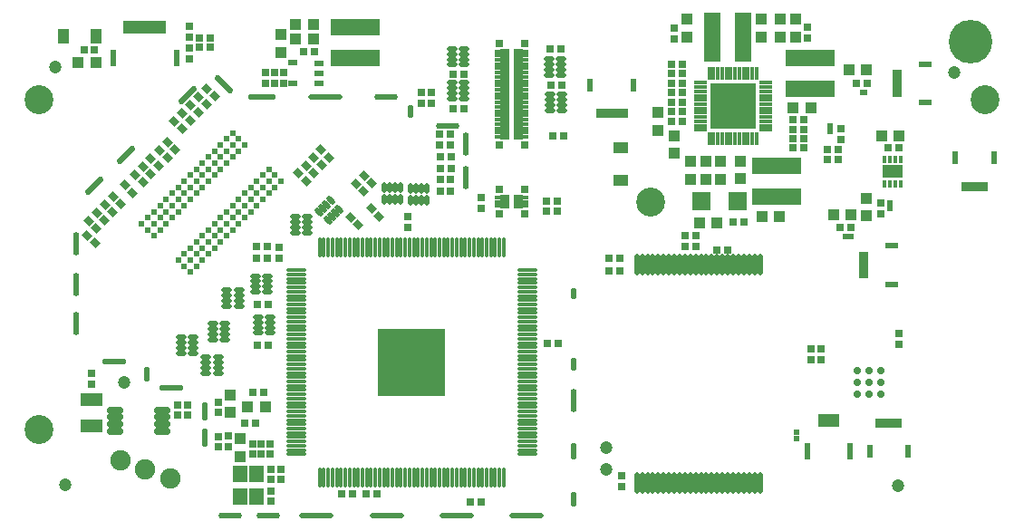
<source format=gts>
G04 Layer_Color=8388736*
%FSLAX25Y25*%
%MOIN*%
G70*
G01*
G75*
%ADD151C,0.16000*%
%ADD152C,0.05524*%
%ADD153R,0.04343X0.04343*%
%ADD154R,0.03162X0.02769*%
%ADD155R,0.01706X0.01981*%
G04:AMPARAMS|DCode=156|XSize=86.74mil|YSize=21.78mil|CornerRadius=0mil|HoleSize=0mil|Usage=FLASHONLY|Rotation=135.000|XOffset=0mil|YOffset=0mil|HoleType=Round|Shape=Round|*
%AMOVALD156*
21,1,0.06496,0.02178,0.00000,0.00000,135.0*
1,1,0.02178,0.02297,-0.02297*
1,1,0.02178,-0.02297,0.02297*
%
%ADD156OVALD156*%

%ADD157O,0.10249X0.02178*%
%ADD158O,0.12611X0.02178*%
%ADD159O,0.08674X0.02178*%
%ADD160O,0.02178X0.04737*%
%ADD161O,0.02178X0.08674*%
%ADD162O,0.02178X0.04343*%
%ADD163O,0.02178X0.06312*%
%ADD164O,0.02178X0.05524*%
%ADD165O,0.02178X0.07099*%
%ADD166O,0.09068X0.02178*%
G04:AMPARAMS|DCode=167|XSize=86.74mil|YSize=21.78mil|CornerRadius=0mil|HoleSize=0mil|Usage=FLASHONLY|Rotation=45.000|XOffset=0mil|YOffset=0mil|HoleType=Round|Shape=Round|*
%AMOVALD167*
21,1,0.06496,0.02178,0.00000,0.00000,45.0*
1,1,0.02178,-0.02297,-0.02297*
1,1,0.02178,0.02297,0.02297*
%
%ADD167OVALD167*%

%ADD168R,0.06784X0.07099*%
%ADD169R,0.02769X0.03162*%
%ADD170R,0.01981X0.03556*%
%ADD171R,0.01981X0.04737*%
%ADD172R,0.08280X0.05131*%
%ADD173O,0.03900X0.02000*%
%ADD174C,0.04737*%
%ADD175O,0.01587X0.04737*%
%ADD176O,0.04737X0.01587*%
G04:AMPARAMS|DCode=177|XSize=27.69mil|YSize=31.62mil|CornerRadius=0mil|HoleSize=0mil|Usage=FLASHONLY|Rotation=45.000|XOffset=0mil|YOffset=0mil|HoleType=Round|Shape=Rectangle|*
%AMROTATEDRECTD177*
4,1,4,0.00139,-0.02097,-0.02097,0.00139,-0.00139,0.02097,0.02097,-0.00139,0.00139,-0.02097,0.0*
%
%ADD177ROTATEDRECTD177*%

%ADD178R,0.04343X0.04343*%
%ADD179R,0.01981X0.05131*%
%ADD180R,0.02454X0.05918*%
%ADD181R,0.03556X0.01981*%
%ADD182R,0.04737X0.01981*%
%ADD183R,0.18123X0.05918*%
%ADD184O,0.02000X0.03900*%
G04:AMPARAMS|DCode=185|XSize=39mil|YSize=20mil|CornerRadius=0mil|HoleSize=0mil|Usage=FLASHONLY|Rotation=315.000|XOffset=0mil|YOffset=0mil|HoleType=Round|Shape=Round|*
%AMOVALD185*
21,1,0.01900,0.02000,0.00000,0.00000,315.0*
1,1,0.02000,-0.00672,0.00672*
1,1,0.02000,0.00672,-0.00672*
%
%ADD185OVALD185*%

%ADD186O,0.07296X0.01587*%
%ADD187O,0.01587X0.07296*%
%ADD188C,0.02375*%
%ADD189R,0.03556X0.02375*%
%ADD190O,0.01883X0.07800*%
%ADD191R,0.05524X0.06312*%
%ADD192R,0.05918X0.18123*%
%ADD193R,0.02650X0.02769*%
%ADD194R,0.02572X0.01745*%
%ADD195R,0.03674X0.02178*%
%ADD196O,0.06115X0.02847*%
%ADD197R,0.04147X0.05524*%
%ADD198R,0.05524X0.04147*%
%ADD199R,0.02178X0.02178*%
%ADD200R,0.02178X0.02178*%
%ADD201R,0.01784X0.02965*%
%ADD202R,0.07493X0.04737*%
%ADD203C,0.10642*%
%ADD204C,0.07493*%
%ADD205R,0.16548X0.16548*%
G04:AMPARAMS|DCode=206|XSize=244.22mil|YSize=244.22mil|CornerRadius=0mil|HoleSize=0mil|Usage=FLASHONLY|Rotation=0.000|XOffset=0mil|YOffset=0mil|HoleType=Round|Shape=RoundedRectangle|*
%AMROUNDEDRECTD206*
21,1,0.24422,0.24422,0,0,0.0*
21,1,0.24422,0.24422,0,0,0.0*
1,1,0.00000,0.12211,-0.12211*
1,1,0.00000,-0.12211,-0.12211*
1,1,0.00000,-0.12211,0.12211*
1,1,0.00000,0.12211,0.12211*
%
%ADD206ROUNDEDRECTD206*%
%ADD207C,0.02769*%
D151*
X4606Y176599D02*
D03*
D152*
D03*
D153*
X-40258Y166305D02*
D03*
X-33758D02*
D03*
X-323696Y169000D02*
D03*
X-317196D02*
D03*
X-39397Y112800D02*
D03*
X-45897D02*
D03*
X-72152Y112331D02*
D03*
X-65652D02*
D03*
X-95152Y109831D02*
D03*
X-88652D02*
D03*
X-54152Y152331D02*
D03*
X-60652D02*
D03*
X-237195Y177574D02*
D03*
X-243695D02*
D03*
X-254944Y42199D02*
D03*
X-261444D02*
D03*
X-237295Y183074D02*
D03*
X-243795D02*
D03*
X-21750Y142000D02*
D03*
X-28250D02*
D03*
D154*
X-37402Y161374D02*
D03*
X-33465D02*
D03*
X-175378Y7200D02*
D03*
X-179315D02*
D03*
X-258433Y36331D02*
D03*
X-262370D02*
D03*
X-124596Y92283D02*
D03*
X-128533D02*
D03*
X-317678Y173500D02*
D03*
X-321615D02*
D03*
X-186674Y125892D02*
D03*
X-190611D02*
D03*
X-39478Y108200D02*
D03*
X-43415D02*
D03*
X-226870Y10331D02*
D03*
X-222933D02*
D03*
X-213933Y10331D02*
D03*
X-217870D02*
D03*
X-257783Y79817D02*
D03*
X-253846D02*
D03*
X-253848Y65100D02*
D03*
X-257785D02*
D03*
X-78933Y110331D02*
D03*
X-82870D02*
D03*
X-105370Y157831D02*
D03*
X-101433D02*
D03*
X-105370Y168331D02*
D03*
X-101433D02*
D03*
X-240913Y173074D02*
D03*
X-236976D02*
D03*
X-147176Y65474D02*
D03*
X-151113D02*
D03*
X-60870Y137600D02*
D03*
X-56933D02*
D03*
X-105370Y164831D02*
D03*
X-101433D02*
D03*
X-186636Y134138D02*
D03*
X-190573D02*
D03*
X-190666Y138505D02*
D03*
X-186729D02*
D03*
X-259563Y47499D02*
D03*
X-255626D02*
D03*
X-101433Y147331D02*
D03*
X-105370D02*
D03*
X-101433Y150831D02*
D03*
X-105370D02*
D03*
X-60870Y147831D02*
D03*
X-56933D02*
D03*
X-275276Y174574D02*
D03*
X-279213D02*
D03*
Y178074D02*
D03*
X-275276D02*
D03*
X-60869Y144421D02*
D03*
X-56932D02*
D03*
Y141011D02*
D03*
X-60869D02*
D03*
X-101433Y161331D02*
D03*
X-105370D02*
D03*
X-84933Y100083D02*
D03*
X-88870D02*
D03*
X-128533Y96883D02*
D03*
X-124596D02*
D03*
X-150213Y173874D02*
D03*
X-146276D02*
D03*
X-151498Y114399D02*
D03*
X-147561D02*
D03*
X-149913Y160674D02*
D03*
X-145976D02*
D03*
X-147576Y118074D02*
D03*
X-151513D02*
D03*
X-258050Y96865D02*
D03*
X-254113D02*
D03*
X-254114Y101166D02*
D03*
X-258051D02*
D03*
X-48015Y133200D02*
D03*
X-44078D02*
D03*
X-181978Y152100D02*
D03*
X-185915D02*
D03*
X-44078Y136800D02*
D03*
X-48015D02*
D03*
X-149113Y141974D02*
D03*
X-145176D02*
D03*
X-185915Y164600D02*
D03*
X-181978D02*
D03*
X-190718Y142627D02*
D03*
X-186781D02*
D03*
X-190573Y130088D02*
D03*
X-186636D02*
D03*
X-186674Y121492D02*
D03*
X-190611D02*
D03*
X-105370Y154331D02*
D03*
X-101433D02*
D03*
X-21967Y137500D02*
D03*
X-25904D02*
D03*
D155*
X-35398Y157900D02*
D03*
X-34000D02*
D03*
D156*
X-270074Y161011D02*
D03*
D157*
X-256181Y156300D02*
D03*
D158*
X-232677D02*
D03*
X-158661Y2362D02*
D03*
X-184646D02*
D03*
X-210236D02*
D03*
X-236221D02*
D03*
D159*
X-210630Y156299D02*
D03*
X-187795Y145669D02*
D03*
X-253937Y2362D02*
D03*
X-267717D02*
D03*
D160*
X-201575Y150787D02*
D03*
X-141339Y57874D02*
D03*
D161*
X-181102Y138976D02*
D03*
Y126772D02*
D03*
X-141339Y44488D02*
D03*
X-324410Y72835D02*
D03*
Y87402D02*
D03*
Y102362D02*
D03*
D162*
X-141339Y83858D02*
D03*
D163*
Y25984D02*
D03*
D164*
Y8268D02*
D03*
X-298425Y54331D02*
D03*
D165*
X-277165Y31102D02*
D03*
Y40551D02*
D03*
D166*
X-289420Y49213D02*
D03*
X-310472Y59055D02*
D03*
D167*
X-283641Y157074D02*
D03*
X-306243Y134897D02*
D03*
X-317845Y123598D02*
D03*
D168*
X-94634Y117831D02*
D03*
X-81169Y117831D02*
D03*
D169*
X-249147Y19399D02*
D03*
Y15462D02*
D03*
X-21946Y65332D02*
D03*
Y69269D02*
D03*
X-50446Y63569D02*
D03*
Y59632D02*
D03*
X-54054Y63504D02*
D03*
Y59567D02*
D03*
X-253130Y28768D02*
D03*
Y24831D02*
D03*
X-175646Y115232D02*
D03*
Y119168D02*
D03*
X-100402Y105299D02*
D03*
Y101362D02*
D03*
X-282845Y174343D02*
D03*
Y170405D02*
D03*
X-282845Y182243D02*
D03*
Y178305D02*
D03*
X-256330Y24831D02*
D03*
Y28768D02*
D03*
X-249783Y96896D02*
D03*
Y100833D02*
D03*
X-197445Y158043D02*
D03*
Y154105D02*
D03*
X-28600Y117200D02*
D03*
Y113263D02*
D03*
X-96402Y105299D02*
D03*
Y101362D02*
D03*
X-272195Y40131D02*
D03*
Y44068D02*
D03*
X-202443Y112361D02*
D03*
Y108424D02*
D03*
X-252702Y7462D02*
D03*
Y11399D02*
D03*
X-252702Y15462D02*
D03*
Y19399D02*
D03*
X-55402Y178114D02*
D03*
Y182051D02*
D03*
X-268531Y27523D02*
D03*
Y31460D02*
D03*
X-251547Y161331D02*
D03*
Y165269D02*
D03*
X-271993Y27504D02*
D03*
Y31441D02*
D03*
X-248147Y161331D02*
D03*
Y165269D02*
D03*
X-254946Y161331D02*
D03*
Y165269D02*
D03*
X-104402Y177614D02*
D03*
Y181551D02*
D03*
X-259630Y28767D02*
D03*
Y24830D02*
D03*
X-43030Y144568D02*
D03*
Y140631D02*
D03*
X-193945Y154105D02*
D03*
Y158043D02*
D03*
X-123702Y13115D02*
D03*
Y17052D02*
D03*
X-283646Y39132D02*
D03*
Y43069D02*
D03*
X-318802Y54514D02*
D03*
Y50577D02*
D03*
X-287146Y39132D02*
D03*
Y43069D02*
D03*
D170*
X9991Y123383D02*
D03*
X8022D02*
D03*
X6053D02*
D03*
X4085D02*
D03*
X2117D02*
D03*
X-122441Y150197D02*
D03*
X-124409D02*
D03*
X-126378D02*
D03*
X-128346D02*
D03*
X-130315D02*
D03*
X-132283D02*
D03*
X-21654Y36319D02*
D03*
X-23622D02*
D03*
X-25591D02*
D03*
X-27559D02*
D03*
X-29528D02*
D03*
D171*
X13101Y133817D02*
D03*
X-994Y133817D02*
D03*
X-119331Y160630D02*
D03*
X-135394D02*
D03*
X-18543Y25886D02*
D03*
X-32638D02*
D03*
D172*
X-318702Y35224D02*
D03*
Y45067D02*
D03*
D173*
X-186170Y161553D02*
D03*
Y159584D02*
D03*
Y157616D02*
D03*
Y155647D02*
D03*
X-181721D02*
D03*
Y157616D02*
D03*
Y159584D02*
D03*
Y161553D02*
D03*
X-243866Y112345D02*
D03*
Y110376D02*
D03*
Y108408D02*
D03*
Y106439D02*
D03*
X-239418D02*
D03*
Y108408D02*
D03*
Y110376D02*
D03*
Y112345D02*
D03*
X-269066Y85345D02*
D03*
Y83376D02*
D03*
Y81408D02*
D03*
Y79439D02*
D03*
X-264618D02*
D03*
Y81408D02*
D03*
Y83376D02*
D03*
Y85345D02*
D03*
X-253109Y75357D02*
D03*
Y73388D02*
D03*
Y71420D02*
D03*
Y69451D02*
D03*
X-257557D02*
D03*
Y71420D02*
D03*
Y73388D02*
D03*
Y75357D02*
D03*
X-274203Y72803D02*
D03*
Y70834D02*
D03*
Y68866D02*
D03*
Y66897D02*
D03*
X-269755D02*
D03*
Y68866D02*
D03*
Y70834D02*
D03*
Y72803D02*
D03*
X-281418Y67945D02*
D03*
Y65976D02*
D03*
Y64008D02*
D03*
Y62039D02*
D03*
X-285866D02*
D03*
Y64008D02*
D03*
Y65976D02*
D03*
Y67945D02*
D03*
X-276666Y60645D02*
D03*
Y58676D02*
D03*
Y56708D02*
D03*
Y54739D02*
D03*
X-272218D02*
D03*
Y56708D02*
D03*
Y58676D02*
D03*
Y60645D02*
D03*
X-258566Y90445D02*
D03*
Y88476D02*
D03*
Y86508D02*
D03*
Y84539D02*
D03*
X-254118D02*
D03*
Y86508D02*
D03*
Y88476D02*
D03*
Y90445D02*
D03*
X-150470Y164321D02*
D03*
Y166290D02*
D03*
Y168258D02*
D03*
Y170227D02*
D03*
X-146022D02*
D03*
Y168258D02*
D03*
Y166290D02*
D03*
Y164321D02*
D03*
X-186170Y174053D02*
D03*
Y172084D02*
D03*
Y170116D02*
D03*
Y168147D02*
D03*
X-181721D02*
D03*
Y170116D02*
D03*
Y172084D02*
D03*
Y174053D02*
D03*
X-150170Y151421D02*
D03*
Y153390D02*
D03*
Y155358D02*
D03*
Y157327D02*
D03*
X-145722D02*
D03*
Y155358D02*
D03*
Y153390D02*
D03*
Y151421D02*
D03*
D174*
X-332283Y167323D02*
D03*
X-1575Y165354D02*
D03*
X-129528Y27165D02*
D03*
Y19291D02*
D03*
X-306693Y51181D02*
D03*
X-328346Y13780D02*
D03*
X-22047Y13386D02*
D03*
D175*
X-74240Y140823D02*
D03*
X-75815D02*
D03*
X-77390D02*
D03*
X-78965D02*
D03*
X-80539D02*
D03*
X-82114D02*
D03*
X-83689D02*
D03*
X-85264D02*
D03*
X-86839D02*
D03*
X-88413D02*
D03*
X-89988D02*
D03*
X-91563D02*
D03*
Y164839D02*
D03*
X-89988D02*
D03*
X-88413D02*
D03*
X-86839D02*
D03*
X-85264D02*
D03*
X-83689D02*
D03*
X-82114D02*
D03*
X-80539D02*
D03*
X-78965D02*
D03*
X-77390D02*
D03*
X-75815D02*
D03*
X-74240D02*
D03*
D176*
X-94910Y144169D02*
D03*
Y145744D02*
D03*
Y147319D02*
D03*
Y148894D02*
D03*
Y150469D02*
D03*
Y152043D02*
D03*
Y153618D02*
D03*
Y155193D02*
D03*
Y156768D02*
D03*
Y158343D02*
D03*
Y159917D02*
D03*
Y161492D02*
D03*
X-70894D02*
D03*
Y159917D02*
D03*
Y158343D02*
D03*
Y156768D02*
D03*
Y155193D02*
D03*
Y153618D02*
D03*
Y152043D02*
D03*
Y150469D02*
D03*
Y148894D02*
D03*
Y147319D02*
D03*
Y145744D02*
D03*
Y144169D02*
D03*
D177*
X-288335Y147284D02*
D03*
X-285551Y144500D02*
D03*
X-282551Y147500D02*
D03*
X-285335Y150284D02*
D03*
X-282335Y153284D02*
D03*
X-279551Y150500D02*
D03*
X-276551Y153500D02*
D03*
X-279335Y156284D02*
D03*
X-276335Y159284D02*
D03*
X-273551Y156500D02*
D03*
X-213151Y112400D02*
D03*
X-215935Y115184D02*
D03*
X-223633Y112081D02*
D03*
X-220849Y109297D02*
D03*
X-293735Y136584D02*
D03*
X-290951Y133800D02*
D03*
X-294251Y130800D02*
D03*
X-297035Y133584D02*
D03*
X-317551Y102500D02*
D03*
X-320335Y105284D02*
D03*
X-319835Y110784D02*
D03*
X-317051Y108000D02*
D03*
X-314051Y111000D02*
D03*
X-316835Y113784D02*
D03*
X-313835Y116784D02*
D03*
X-311051Y114000D02*
D03*
X-308051Y117000D02*
D03*
X-310835Y119784D02*
D03*
X-299951Y124800D02*
D03*
X-302735Y127584D02*
D03*
X-306435Y123884D02*
D03*
X-303651Y121100D02*
D03*
X-234335Y136884D02*
D03*
X-231551Y134100D02*
D03*
X-234251Y131200D02*
D03*
X-237035Y133984D02*
D03*
X-239835Y130984D02*
D03*
X-237051Y128200D02*
D03*
X-239951Y125400D02*
D03*
X-242735Y128184D02*
D03*
X-221435Y124284D02*
D03*
X-218651Y121500D02*
D03*
X-215651Y124500D02*
D03*
X-218435Y127284D02*
D03*
X-290835Y139584D02*
D03*
X-288051Y136800D02*
D03*
X-299835Y130584D02*
D03*
X-297051Y127800D02*
D03*
D178*
X-33900Y112500D02*
D03*
Y119000D02*
D03*
X-267694Y46649D02*
D03*
Y40149D02*
D03*
X-80247Y132650D02*
D03*
Y126150D02*
D03*
X-264078Y30613D02*
D03*
Y24113D02*
D03*
X-98402Y126081D02*
D03*
Y132581D02*
D03*
X-59902Y178333D02*
D03*
Y184833D02*
D03*
X-104402Y142081D02*
D03*
Y135581D02*
D03*
X-110402Y144081D02*
D03*
Y150581D02*
D03*
X-72402Y184833D02*
D03*
Y178333D02*
D03*
X-87402Y132581D02*
D03*
Y126081D02*
D03*
X-249245Y172724D02*
D03*
Y179224D02*
D03*
X-99902Y178333D02*
D03*
Y184833D02*
D03*
X-92902Y126081D02*
D03*
Y132581D02*
D03*
X-65402Y184833D02*
D03*
Y178333D02*
D03*
D179*
X-48622Y37244D02*
D03*
X-46654D02*
D03*
X-44685D02*
D03*
X-50591D02*
D03*
X-304205Y182008D02*
D03*
X-302236D02*
D03*
X-300268D02*
D03*
X-298299D02*
D03*
X-296331D02*
D03*
X-294362D02*
D03*
X-292394D02*
D03*
X-306173D02*
D03*
D180*
X-55394Y25945D02*
D03*
X-39882D02*
D03*
X-310976Y170709D02*
D03*
X-287591D02*
D03*
D181*
X-34959Y90552D02*
D03*
Y92520D02*
D03*
Y94489D02*
D03*
Y96457D02*
D03*
Y98426D02*
D03*
X-22646Y157252D02*
D03*
Y159221D02*
D03*
Y161189D02*
D03*
Y163157D02*
D03*
Y165126D02*
D03*
D182*
X-24526Y87441D02*
D03*
Y101536D02*
D03*
X-12213Y154142D02*
D03*
X-12213Y168236D02*
D03*
D183*
X-54402Y159122D02*
D03*
Y170539D02*
D03*
X-221745Y170565D02*
D03*
Y181983D02*
D03*
X-66902Y131039D02*
D03*
Y119622D02*
D03*
D184*
X-195490Y118266D02*
D03*
X-197459D02*
D03*
X-199427D02*
D03*
X-201396D02*
D03*
Y122714D02*
D03*
X-199427D02*
D03*
X-197459D02*
D03*
X-195490D02*
D03*
X-205091Y123015D02*
D03*
X-207060D02*
D03*
X-209028D02*
D03*
X-210997D02*
D03*
Y118567D02*
D03*
X-209028D02*
D03*
X-207060D02*
D03*
X-205091D02*
D03*
D185*
X-227781Y115007D02*
D03*
X-229174Y113615D02*
D03*
X-230565Y112223D02*
D03*
X-231958Y110831D02*
D03*
X-235103Y113976D02*
D03*
X-233711Y115368D02*
D03*
X-232319Y116760D02*
D03*
X-230927Y118152D02*
D03*
D186*
X-158622Y92550D02*
D03*
Y90975D02*
D03*
Y89401D02*
D03*
Y87826D02*
D03*
Y86251D02*
D03*
Y84676D02*
D03*
Y83101D02*
D03*
Y81527D02*
D03*
Y79952D02*
D03*
Y78377D02*
D03*
Y76802D02*
D03*
Y75227D02*
D03*
Y73653D02*
D03*
Y72078D02*
D03*
Y70503D02*
D03*
Y68928D02*
D03*
Y67353D02*
D03*
Y65779D02*
D03*
Y64204D02*
D03*
Y62629D02*
D03*
Y61054D02*
D03*
Y59479D02*
D03*
Y57905D02*
D03*
Y56330D02*
D03*
Y54755D02*
D03*
Y53180D02*
D03*
Y51605D02*
D03*
Y50031D02*
D03*
Y48456D02*
D03*
Y46881D02*
D03*
Y45306D02*
D03*
Y43731D02*
D03*
Y42157D02*
D03*
Y40582D02*
D03*
Y39007D02*
D03*
Y37432D02*
D03*
Y35857D02*
D03*
Y34283D02*
D03*
Y32708D02*
D03*
Y31133D02*
D03*
Y29558D02*
D03*
Y27983D02*
D03*
Y26409D02*
D03*
Y24834D02*
D03*
X-243464D02*
D03*
Y26409D02*
D03*
Y27983D02*
D03*
Y29558D02*
D03*
Y31133D02*
D03*
Y32708D02*
D03*
Y34283D02*
D03*
Y35857D02*
D03*
Y37432D02*
D03*
Y39007D02*
D03*
Y40582D02*
D03*
Y42157D02*
D03*
Y43731D02*
D03*
Y45306D02*
D03*
Y46881D02*
D03*
Y48456D02*
D03*
Y50031D02*
D03*
Y51605D02*
D03*
Y53180D02*
D03*
Y54755D02*
D03*
Y56330D02*
D03*
Y57905D02*
D03*
Y59479D02*
D03*
Y61054D02*
D03*
Y62629D02*
D03*
Y64204D02*
D03*
Y65779D02*
D03*
Y67353D02*
D03*
Y68928D02*
D03*
Y70503D02*
D03*
Y72078D02*
D03*
Y73653D02*
D03*
Y75227D02*
D03*
Y76802D02*
D03*
Y78377D02*
D03*
Y79952D02*
D03*
Y81527D02*
D03*
Y83101D02*
D03*
Y84676D02*
D03*
Y86251D02*
D03*
Y87826D02*
D03*
Y89401D02*
D03*
Y90975D02*
D03*
Y92550D02*
D03*
D187*
X-167185Y16271D02*
D03*
X-168760D02*
D03*
X-170334D02*
D03*
X-171909D02*
D03*
X-173484D02*
D03*
X-175059D02*
D03*
X-176634D02*
D03*
X-178208D02*
D03*
X-179783D02*
D03*
X-181358D02*
D03*
X-182933D02*
D03*
X-184508D02*
D03*
X-186082D02*
D03*
X-187657D02*
D03*
X-189232D02*
D03*
X-190807D02*
D03*
X-192382D02*
D03*
X-193956D02*
D03*
X-195531D02*
D03*
X-197106D02*
D03*
X-198681D02*
D03*
X-200256D02*
D03*
X-201830D02*
D03*
X-203405D02*
D03*
X-204980D02*
D03*
X-206555D02*
D03*
X-208130D02*
D03*
X-209704D02*
D03*
X-211279D02*
D03*
X-212854D02*
D03*
X-214429D02*
D03*
X-216004D02*
D03*
X-217578D02*
D03*
X-219153D02*
D03*
X-220728D02*
D03*
X-222303D02*
D03*
X-223878D02*
D03*
X-225452D02*
D03*
X-227027D02*
D03*
X-228602D02*
D03*
X-230177D02*
D03*
X-231752D02*
D03*
X-233326D02*
D03*
X-234901D02*
D03*
Y101113D02*
D03*
X-233326D02*
D03*
X-231752D02*
D03*
X-230177D02*
D03*
X-228602D02*
D03*
X-227027D02*
D03*
X-225452D02*
D03*
X-223878D02*
D03*
X-222303D02*
D03*
X-220728D02*
D03*
X-219153D02*
D03*
X-217578D02*
D03*
X-216004D02*
D03*
X-214429D02*
D03*
X-212854D02*
D03*
X-211279D02*
D03*
X-209704D02*
D03*
X-208130D02*
D03*
X-206555D02*
D03*
X-204980D02*
D03*
X-203405D02*
D03*
X-201830D02*
D03*
X-200256D02*
D03*
X-198681D02*
D03*
X-197106D02*
D03*
X-195531D02*
D03*
X-193956D02*
D03*
X-192382D02*
D03*
X-190807D02*
D03*
X-189232D02*
D03*
X-187657D02*
D03*
X-186082D02*
D03*
X-184508D02*
D03*
X-182933D02*
D03*
X-181358D02*
D03*
X-179783D02*
D03*
X-178208D02*
D03*
X-176634D02*
D03*
X-175059D02*
D03*
X-173484D02*
D03*
X-171909D02*
D03*
X-170334D02*
D03*
X-168760D02*
D03*
X-167185D02*
D03*
D188*
X-282501Y91844D02*
D03*
X-284728Y94070D02*
D03*
X-286955Y96298D02*
D03*
X-295863Y105206D02*
D03*
X-298091Y107433D02*
D03*
X-300317Y109660D02*
D03*
X-280274Y94071D02*
D03*
X-282500Y96298D02*
D03*
X-284728Y98525D02*
D03*
X-293636Y107433D02*
D03*
X-295863Y109661D02*
D03*
X-298090Y111887D02*
D03*
X-278047Y96298D02*
D03*
X-280274Y98524D02*
D03*
X-282501Y100752D02*
D03*
X-291409Y109660D02*
D03*
X-293637Y111887D02*
D03*
X-295863Y114114D02*
D03*
X-275820Y98525D02*
D03*
X-278046Y100752D02*
D03*
X-280274Y102979D02*
D03*
X-289182Y111887D02*
D03*
X-291409Y114115D02*
D03*
X-293636Y116341D02*
D03*
X-273593Y100752D02*
D03*
X-275820Y102978D02*
D03*
X-278047Y105206D02*
D03*
X-286955Y114114D02*
D03*
X-289183Y116341D02*
D03*
X-291409Y118568D02*
D03*
X-271366Y102979D02*
D03*
X-273592Y105206D02*
D03*
X-275820Y107433D02*
D03*
X-284728Y116341D02*
D03*
X-286955Y118569D02*
D03*
X-289182Y120795D02*
D03*
X-269138Y105206D02*
D03*
X-271365Y107433D02*
D03*
X-273592Y109661D02*
D03*
X-282500Y118569D02*
D03*
X-284728Y120796D02*
D03*
X-286955Y123023D02*
D03*
X-266912Y107433D02*
D03*
X-269138Y109660D02*
D03*
X-271366Y111887D02*
D03*
X-280274Y120795D02*
D03*
X-282501Y123023D02*
D03*
X-284728Y125249D02*
D03*
X-264684Y109661D02*
D03*
X-266911Y111887D02*
D03*
X-269138Y114115D02*
D03*
X-278046Y123023D02*
D03*
X-280274Y125250D02*
D03*
X-282500Y127477D02*
D03*
X-262457Y111887D02*
D03*
X-264684Y114114D02*
D03*
X-266912Y116341D02*
D03*
X-275820Y125249D02*
D03*
X-278047Y127477D02*
D03*
X-280274Y129704D02*
D03*
X-260230Y114115D02*
D03*
X-262457Y116341D02*
D03*
X-264684Y118569D02*
D03*
X-273592Y127477D02*
D03*
X-275820Y129704D02*
D03*
X-278046Y131931D02*
D03*
X-258003Y116342D02*
D03*
X-260229Y118569D02*
D03*
X-262457Y120796D02*
D03*
X-271365Y129704D02*
D03*
X-273592Y131932D02*
D03*
X-275819Y134158D02*
D03*
X-255776Y118569D02*
D03*
X-258003Y120795D02*
D03*
X-260230Y123023D02*
D03*
X-269138Y131931D02*
D03*
X-271366Y134158D02*
D03*
X-273592Y136385D02*
D03*
X-253549Y120796D02*
D03*
X-255775Y123023D02*
D03*
X-258003Y125250D02*
D03*
X-266911Y134158D02*
D03*
X-269138Y136386D02*
D03*
X-271365Y138612D02*
D03*
X-251322Y123023D02*
D03*
X-253549Y125249D02*
D03*
X-255776Y127477D02*
D03*
X-264684Y136385D02*
D03*
X-266912Y138612D02*
D03*
X-269138Y140839D02*
D03*
X-249095Y125250D02*
D03*
X-251321Y127477D02*
D03*
X-253549Y129704D02*
D03*
X-262457Y138612D02*
D03*
X-264684Y140840D02*
D03*
X-266911Y143066D02*
D03*
D189*
X-235245Y161134D02*
D03*
Y164874D02*
D03*
Y168614D02*
D03*
X-244694Y168811D02*
D03*
Y161134D02*
D03*
D190*
X-72965Y14268D02*
D03*
X-74933D02*
D03*
X-76902D02*
D03*
X-78870D02*
D03*
X-80839D02*
D03*
X-82807D02*
D03*
X-84776D02*
D03*
X-86744D02*
D03*
X-88713D02*
D03*
X-90681D02*
D03*
X-92650D02*
D03*
X-94618D02*
D03*
X-96587D02*
D03*
X-98555D02*
D03*
X-100524D02*
D03*
X-102492D02*
D03*
X-104461D02*
D03*
X-106429D02*
D03*
X-108398D02*
D03*
X-110366D02*
D03*
X-112335D02*
D03*
X-114303D02*
D03*
X-116272D02*
D03*
X-118240D02*
D03*
Y94583D02*
D03*
X-116272D02*
D03*
X-114303D02*
D03*
X-112335D02*
D03*
X-110366D02*
D03*
X-108398D02*
D03*
X-106429D02*
D03*
X-104461D02*
D03*
X-102492D02*
D03*
X-100524D02*
D03*
X-98555D02*
D03*
X-96587D02*
D03*
X-94618D02*
D03*
X-92650D02*
D03*
X-90681D02*
D03*
X-88713D02*
D03*
X-86744D02*
D03*
X-84776D02*
D03*
X-82807D02*
D03*
X-80839D02*
D03*
X-78870D02*
D03*
X-76902D02*
D03*
X-74933D02*
D03*
X-72965D02*
D03*
D191*
X-264107Y9431D02*
D03*
Y17698D02*
D03*
X-258202D02*
D03*
Y9431D02*
D03*
D192*
X-79193Y178331D02*
D03*
X-90610D02*
D03*
D193*
X-168878Y176063D02*
D03*
X-159468D02*
D03*
X-159468Y138661D02*
D03*
X-168878D02*
D03*
X-168878Y113189D02*
D03*
X-159468D02*
D03*
Y122244D02*
D03*
X-168878D02*
D03*
D194*
X-159350Y169961D02*
D03*
Y171535D02*
D03*
Y173110D02*
D03*
X-168996Y169961D02*
D03*
Y171535D02*
D03*
Y173110D02*
D03*
X-159350Y168386D02*
D03*
Y162087D02*
D03*
Y166811D02*
D03*
Y165236D02*
D03*
Y163661D02*
D03*
Y155787D02*
D03*
Y160512D02*
D03*
Y158937D02*
D03*
Y157362D02*
D03*
Y149488D02*
D03*
Y154213D02*
D03*
Y152638D02*
D03*
Y151063D02*
D03*
Y143189D02*
D03*
Y147913D02*
D03*
Y146339D02*
D03*
Y144764D02*
D03*
Y141614D02*
D03*
X-168996Y168386D02*
D03*
Y165236D02*
D03*
Y163661D02*
D03*
Y162087D02*
D03*
Y166811D02*
D03*
Y158937D02*
D03*
Y157362D02*
D03*
Y155787D02*
D03*
Y160512D02*
D03*
Y152638D02*
D03*
Y151063D02*
D03*
Y149488D02*
D03*
Y154213D02*
D03*
Y146339D02*
D03*
Y144764D02*
D03*
Y143189D02*
D03*
Y147913D02*
D03*
Y141614D02*
D03*
X-168996Y119291D02*
D03*
Y117717D02*
D03*
Y116142D02*
D03*
X-159350Y119291D02*
D03*
Y117717D02*
D03*
Y116142D02*
D03*
D195*
X-161673Y169961D02*
D03*
Y171535D02*
D03*
X-166673Y173110D02*
D03*
Y171535D02*
D03*
Y169961D02*
D03*
X-161673Y173110D02*
D03*
Y168386D02*
D03*
Y166811D02*
D03*
Y165236D02*
D03*
Y163661D02*
D03*
Y160512D02*
D03*
Y162087D02*
D03*
Y158937D02*
D03*
Y157362D02*
D03*
Y155787D02*
D03*
Y154213D02*
D03*
Y152638D02*
D03*
Y151063D02*
D03*
Y143189D02*
D03*
Y144764D02*
D03*
Y146339D02*
D03*
Y147913D02*
D03*
Y149488D02*
D03*
Y141614D02*
D03*
X-166673Y168386D02*
D03*
Y160512D02*
D03*
Y162087D02*
D03*
Y163661D02*
D03*
Y165236D02*
D03*
Y166811D02*
D03*
Y158937D02*
D03*
Y157362D02*
D03*
Y155787D02*
D03*
Y154213D02*
D03*
Y152638D02*
D03*
Y151063D02*
D03*
Y147913D02*
D03*
Y149488D02*
D03*
Y146339D02*
D03*
Y144764D02*
D03*
Y143189D02*
D03*
Y141614D02*
D03*
X-161673Y119291D02*
D03*
X-166673Y116142D02*
D03*
Y117717D02*
D03*
Y119291D02*
D03*
X-161673Y117717D02*
D03*
Y116142D02*
D03*
D196*
X-310261Y41084D02*
D03*
Y38525D02*
D03*
Y35966D02*
D03*
Y33407D02*
D03*
X-292742Y41084D02*
D03*
Y38525D02*
D03*
Y35966D02*
D03*
Y33407D02*
D03*
D197*
X-317243Y178500D02*
D03*
X-329250D02*
D03*
D198*
X-124230Y125495D02*
D03*
Y137503D02*
D03*
D199*
X-25300Y117243D02*
D03*
Y115157D02*
D03*
X-59400Y30757D02*
D03*
Y32843D02*
D03*
X-47300Y145543D02*
D03*
Y143457D02*
D03*
D200*
X-41643Y105100D02*
D03*
X-39557D02*
D03*
D201*
X-27053Y124174D02*
D03*
X-25084D02*
D03*
X-23116D02*
D03*
X-21147D02*
D03*
Y133426D02*
D03*
X-23116D02*
D03*
X-25084D02*
D03*
X-27053D02*
D03*
D202*
X-24100Y128800D02*
D03*
D203*
X-112992Y117717D02*
D03*
X9843Y155118D02*
D03*
X-338189D02*
D03*
Y33858D02*
D03*
D204*
X-289767Y16015D02*
D03*
X-299016Y19382D02*
D03*
X-308265Y22748D02*
D03*
D205*
X-82902Y152831D02*
D03*
D206*
X-201043Y58692D02*
D03*
D207*
X-37232Y46800D02*
D03*
X-32902D02*
D03*
X-28571D02*
D03*
X-37232Y51131D02*
D03*
X-32902D02*
D03*
X-28571D02*
D03*
X-37232Y55461D02*
D03*
X-32902D02*
D03*
X-28571D02*
D03*
M02*

</source>
